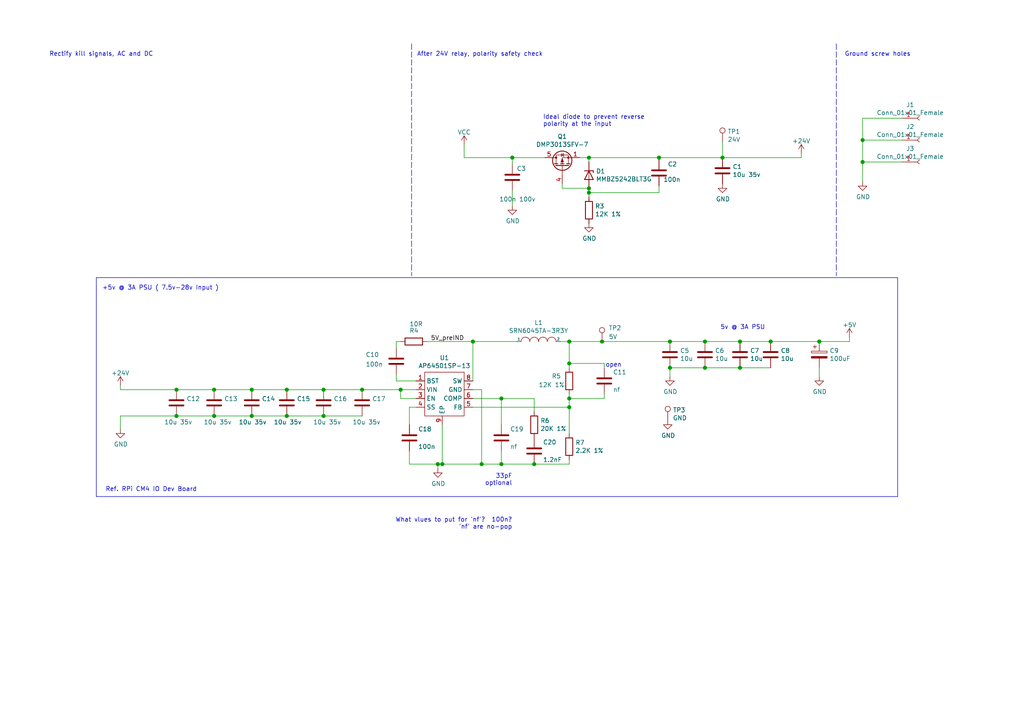
<source format=kicad_sch>
(kicad_sch (version 20210126) (generator eeschema)
  (paper "A4")
  (title_block (title "Voice CCA") (date "2021-05-01") (rev "v1r0") (company "MWS Fabrication"))
  (lib_symbols
    (symbol "CM4IO:AP64351"
      (property "Reference" "U" (at 0 8.89 0))
      (property "Value" "AP64351" (at 1.27 6.35 0))
      (symbol "AP64351_0_1"
        (rectangle (start -5.08 5.08) (end 6.35 -7.62))
      )
      (symbol "AP64351_1_1"
        (pin passive line (at -7.62 2.54 0) (length 2.54) (name "BST") (number "1"))
        (pin power_in line (at -7.62 0 0) (length 2.54) (name "VIN") (number "2"))
        (pin input line (at -7.62 -2.54 0) (length 2.54) (name "EN") (number "3"))
        (pin input line (at -7.62 -5.08 0) (length 2.54) (name "SS") (number "4"))
        (pin input line (at 8.89 -5.08 180) (length 2.54) (name "FB") (number "5"))
        (pin input line (at 8.89 -2.54 180) (length 2.54) (name "COMP") (number "6"))
        (pin power_in line (at 8.89 0 180) (length 2.54) (name "GND") (number "7"))
        (pin output line (at 8.89 2.54 180) (length 2.54) (name "SW") (number "8"))
        (pin passive line (at 0 -10.16 90) (length 2.54) (name "EP") (number "9"))
      )
    )
    (symbol "Connector:Conn_01x01_Female" (pin_names (offset 1.016) hide)
      (property "Reference" "J" (at 0 2.54 0))
      (property "Value" "Conn_01x01_Female" (at 0 -2.54 0))
      (symbol "Conn_01x01_Female_1_1"
        (arc (start 0 0.508) (end 0 -0.508) (radius (at 0 0) (length 0.508) (angles 90.1 -90.1)) (stroke (width 0.1524)))
        (polyline (pts (xy -1.27 0) (xy -0.508 0)) (stroke (width 0.1524)))
        (pin passive line (at -5.08 0 0) (length 3.81) (name "Pin_1") (number "1"))
      )
    )
    (symbol "Connector:TestPoint" (pin_numbers hide) (pin_names (offset 0.762) hide)
      (property "Reference" "TP" (at 0 6.858 0))
      (property "Value" "TestPoint" (at 0 5.08 0))
      (symbol "TestPoint_0_1"
        (circle (center 0 3.302) (radius 0.762))
      )
      (symbol "TestPoint_1_1"
        (pin passive line (at 0 0 90) (length 2.54) (name "1") (number "1"))
      )
    )
    (symbol "Device:C" (pin_numbers hide) (pin_names (offset 0.254))
      (property "Reference" "C" (at 0.635 2.54 0))
      (property "Value" "C" (at 0.635 -2.54 0))
      (symbol "C_0_1"
        (polyline (pts (xy -2.032 -0.762) (xy 2.032 -0.762)) (stroke (width 0.508)))
        (polyline (pts (xy -2.032 0.762) (xy 2.032 0.762)) (stroke (width 0.508)))
      )
      (symbol "C_1_1"
        (pin passive line (at 0 3.81 270) (length 2.794) (name "~") (number "1"))
        (pin passive line (at 0 -3.81 90) (length 2.794) (name "~") (number "2"))
      )
    )
    (symbol "Device:CP" (pin_numbers hide) (pin_names (offset 0.254))
      (property "Reference" "C" (at 0.635 2.54 0))
      (property "Value" "CP" (at 0.635 -2.54 0))
      (symbol "CP_0_1"
        (rectangle (start -2.286 0.508) (end 2.286 1.016))
        (rectangle (start 2.286 -0.508) (end -2.286 -1.016) (fill (type outline)))
        (polyline (pts (xy -1.778 2.286) (xy -0.762 2.286)))
        (polyline (pts (xy -1.27 2.794) (xy -1.27 1.778)))
      )
      (symbol "CP_1_1"
        (pin passive line (at 0 3.81 270) (length 2.794) (name "~") (number "1"))
        (pin passive line (at 0 -3.81 90) (length 2.794) (name "~") (number "2"))
      )
    )
    (symbol "Device:R" (pin_numbers hide) (pin_names (offset 0))
      (property "Reference" "R" (at 2.032 0 90))
      (property "Value" "R" (at 0 0 90))
      (symbol "R_0_1"
        (rectangle (start -1.016 -2.54) (end 1.016 2.54) (stroke (width 0.254)))
      )
      (symbol "R_1_1"
        (pin passive line (at 0 3.81 270) (length 1.27) (name "~") (number "1"))
        (pin passive line (at 0 -3.81 90) (length 1.27) (name "~") (number "2"))
      )
    )
    (symbol "Diode:BZX84Cxx" (pin_numbers hide) (pin_names hide)
      (property "Reference" "D" (at 0 2.54 0))
      (property "Value" "BZX84Cxx" (at 0 -2.54 0))
      (symbol "BZX84Cxx_0_1"
        (polyline (pts (xy 1.27 0) (xy -1.27 0)))
        (polyline (pts (xy -1.27 -1.27) (xy -1.27 1.27) (xy -0.762 1.27)) (stroke (width 0.254)))
        (polyline (pts (xy 1.27 -1.27) (xy 1.27 1.27) (xy -1.27 0) (xy 1.27 -1.27)) (stroke (width 0.254)))
      )
      (symbol "BZX84Cxx_1_1"
        (pin passive line (at -3.81 0 0) (length 2.54) (name "K") (number "1"))
        (pin passive line (at 3.81 0 180) (length 2.54) (name "A") (number "2"))
      )
    )
    (symbol "Transistor_FET:DMP3013SFV" (pin_names hide)
      (property "Reference" "Q" (at 5.08 1.905 0))
      (property "Value" "DMP3013SFV" (at 5.08 0 0))
      (symbol "DMP3013SFV_0_1"
        (circle (center 1.651 0) (radius 2.794) (stroke (width 0.254)))
        (circle (center 2.54 -1.778) (radius 0.254) (fill (type outline)))
        (circle (center 2.54 1.778) (radius 0.254) (fill (type outline)))
        (polyline (pts (xy 0.254 0) (xy -2.54 0)))
        (polyline (pts (xy 0.254 1.905) (xy 0.254 -1.905)) (stroke (width 0.254)))
        (polyline (pts (xy 0.762 -1.27) (xy 0.762 -2.286)) (stroke (width 0.254)))
        (polyline (pts (xy 0.762 0.508) (xy 0.762 -0.508)) (stroke (width 0.254)))
        (polyline (pts (xy 0.762 2.286) (xy 0.762 1.27)) (stroke (width 0.254)))
        (polyline (pts (xy 2.54 2.54) (xy 2.54 1.778)))
        (polyline (pts (xy 2.54 -2.54) (xy 2.54 0) (xy 0.762 0)))
        (polyline (pts (xy 0.762 1.778) (xy 3.302 1.778) (xy 3.302 -1.778) (xy 0.762 -1.778)))
        (polyline (pts (xy 2.794 -0.508) (xy 2.921 -0.381) (xy 3.683 -0.381) (xy 3.81 -0.254)))
        (polyline (pts (xy 3.302 -0.381) (xy 2.921 0.254) (xy 3.683 0.254) (xy 3.302 -0.381)))
        (polyline (pts (xy 2.286 0) (xy 1.27 0.381) (xy 1.27 -0.381) (xy 2.286 0)) (fill (type outline)))
      )
      (symbol "DMP3013SFV_1_1"
        (pin passive line (at 2.54 -5.08 90) (length 2.54) (name "S") (number "1"))
        (pin passive line (at 2.54 -5.08 90) (length 2.54) hide (name "S") (number "2"))
        (pin passive line (at 2.54 -5.08 90) (length 2.54) hide (name "S") (number "3"))
        (pin passive line (at -5.08 0 0) (length 2.54) (name "G") (number "4"))
        (pin passive line (at 2.54 5.08 270) (length 2.54) (name "D") (number "5"))
      )
    )
    (symbol "power:+24V" (power) (pin_names (offset 0))
      (property "Value" "+24V" (at 0 3.556 0))
      (symbol "+24V_0_1"
        (polyline (pts (xy -0.762 1.27) (xy 0 2.54)))
        (polyline (pts (xy 0 0) (xy 0 2.54)))
        (polyline (pts (xy 0 2.54) (xy 0.762 1.27)))
      )
      (symbol "+24V_1_1"
        (pin power_in line (at 0 0 90) (length 0) hide (name "+24V") (number "1"))
      )
    )
    (symbol "power:+5V" (power) (pin_names (offset 0))
      (property "Value" "+5V" (at 0 3.556 0))
      (symbol "+5V_0_1"
        (polyline (pts (xy -0.762 1.27) (xy 0 2.54)))
        (polyline (pts (xy 0 0) (xy 0 2.54)))
        (polyline (pts (xy 0 2.54) (xy 0.762 1.27)))
      )
      (symbol "+5V_1_1"
        (pin power_in line (at 0 0 90) (length 0) hide (name "+5V") (number "1"))
      )
    )
    (symbol "power:GND" (power) (pin_names (offset 0))
      (property "Value" "GND" (at 0 -3.81 0))
      (symbol "GND_0_1"
        (polyline (pts (xy 0 0) (xy 0 -1.27) (xy 1.27 -1.27) (xy 0 -2.54) (xy -1.27 -1.27) (xy 0 -1.27)))
      )
      (symbol "GND_1_1"
        (pin power_in line (at 0 0 270) (length 0) hide (name "GND") (number "1"))
      )
    )
    (symbol "power:VCC" (power) (pin_names (offset 0))
      (property "Value" "VCC" (at 0 3.81 0))
      (symbol "VCC_0_1"
        (polyline (pts (xy -0.762 1.27) (xy 0 2.54)))
        (polyline (pts (xy 0 0) (xy 0 2.54)))
        (polyline (pts (xy 0 2.54) (xy 0.762 1.27)))
      )
      (symbol "VCC_1_1"
        (pin power_in line (at 0 0 90) (length 0) hide (name "VCC") (number "1"))
      )
    )
    (symbol "pspice:INDUCTOR" (pin_numbers hide) (pin_names (offset 0))
      (property "Reference" "L" (at 0 2.54 0))
      (property "Value" "INDUCTOR" (at 0 -1.27 0))
      (symbol "INDUCTOR_0_1"
        (arc (start -2.54 0) (end -5.08 0) (radius (at -3.81 0) (length 1.27) (angles 0.1 179.9)))
        (arc (start 0 0) (end -2.54 0) (radius (at -1.27 0) (length 1.27) (angles 0.1 179.9)))
        (arc (start 2.54 0) (end 0 0) (radius (at 1.27 0) (length 1.27) (angles 0.1 179.9)))
        (arc (start 5.08 0) (end 2.54 0) (radius (at 3.81 0) (length 1.27) (angles 0.1 179.9)))
      )
      (symbol "INDUCTOR_1_1"
        (pin input line (at -6.35 0 0) (length 1.27) (name "1") (number "1"))
        (pin input line (at 6.35 0 180) (length 1.27) (name "2") (number "2"))
      )
    )
  )
  (junction (at 51.181 113.03) (diameter 1.016))
  (junction (at 51.181 120.65) (diameter 1.016))
  (junction (at 62.103 113.03) (diameter 1.016))
  (junction (at 62.103 120.65) (diameter 1.016))
  (junction (at 73.025 113.03) (diameter 1.016))
  (junction (at 73.025 120.65) (diameter 1.016))
  (junction (at 83.185 113.03) (diameter 1.016))
  (junction (at 83.185 120.65) (diameter 1.016))
  (junction (at 93.853 113.03) (diameter 1.016))
  (junction (at 93.853 120.65) (diameter 1.016))
  (junction (at 105.029 113.03) (diameter 1.016))
  (junction (at 116.205 113.03) (diameter 1.016))
  (junction (at 127 134.62) (diameter 1.016))
  (junction (at 128.27 134.62) (diameter 1.016))
  (junction (at 137.16 99.06) (diameter 1.016))
  (junction (at 139.7 134.62) (diameter 1.016))
  (junction (at 145.415 115.57) (diameter 1.016))
  (junction (at 145.415 134.62) (diameter 1.016))
  (junction (at 148.59 45.72) (diameter 1.016))
  (junction (at 154.94 134.62) (diameter 1.016))
  (junction (at 165.1 99.06) (diameter 1.016))
  (junction (at 165.1 105.41) (diameter 1.016))
  (junction (at 165.1 115.57) (diameter 1.016))
  (junction (at 165.1 118.11) (diameter 1.016))
  (junction (at 170.815 45.72) (diameter 1.016))
  (junction (at 170.815 54.61) (diameter 1.016))
  (junction (at 170.815 55.88) (diameter 1.016))
  (junction (at 174.625 99.06) (diameter 1.016))
  (junction (at 191.135 45.72) (diameter 1.016))
  (junction (at 194.31 99.06) (diameter 1.016))
  (junction (at 194.31 106.68) (diameter 1.016))
  (junction (at 204.47 99.06) (diameter 1.016))
  (junction (at 204.47 106.68) (diameter 1.016))
  (junction (at 209.55 45.72) (diameter 1.016))
  (junction (at 214.63 99.06) (diameter 1.016))
  (junction (at 214.63 106.68) (diameter 1.016))
  (junction (at 223.52 99.06) (diameter 1.016))
  (junction (at 237.617 99.06) (diameter 1.016))
  (junction (at 250.19 40.64) (diameter 1.016))
  (junction (at 250.19 46.99) (diameter 1.016))
  (wire (pts (xy 34.925 113.03) (xy 34.925 111.76)))
  (wire (pts (xy 34.925 113.03) (xy 51.181 113.03)))
  (wire (pts (xy 34.925 120.65) (xy 34.925 124.46)))
  (wire (pts (xy 34.925 120.65) (xy 51.181 120.65)))
  (wire (pts (xy 51.181 113.03) (xy 62.103 113.03)))
  (wire (pts (xy 51.181 120.65) (xy 62.103 120.65)))
  (wire (pts (xy 62.103 113.03) (xy 73.025 113.03)))
  (wire (pts (xy 62.103 120.65) (xy 73.025 120.65)))
  (wire (pts (xy 73.025 113.03) (xy 83.185 113.03)))
  (wire (pts (xy 73.025 120.65) (xy 83.185 120.65)))
  (wire (pts (xy 83.185 113.03) (xy 93.853 113.03)))
  (wire (pts (xy 83.185 120.65) (xy 93.853 120.65)))
  (wire (pts (xy 93.853 113.03) (xy 105.029 113.03)))
  (wire (pts (xy 93.853 120.65) (xy 105.029 120.65)))
  (wire (pts (xy 105.029 113.03) (xy 116.205 113.03)))
  (wire (pts (xy 114.935 99.06) (xy 116.205 99.06)))
  (wire (pts (xy 114.935 100.965) (xy 114.935 99.06)))
  (wire (pts (xy 114.935 108.585) (xy 114.935 110.49)))
  (wire (pts (xy 114.935 110.49) (xy 120.65 110.49)))
  (wire (pts (xy 116.205 113.03) (xy 116.205 115.57)))
  (wire (pts (xy 116.205 113.03) (xy 120.65 113.03)))
  (wire (pts (xy 116.205 115.57) (xy 120.65 115.57)))
  (wire (pts (xy 118.745 118.11) (xy 118.745 123.19)))
  (wire (pts (xy 118.745 130.81) (xy 118.745 134.62)))
  (wire (pts (xy 118.745 134.62) (xy 127 134.62)))
  (wire (pts (xy 120.65 118.11) (xy 118.745 118.11)))
  (wire (pts (xy 123.825 99.06) (xy 137.16 99.06)))
  (wire (pts (xy 127 134.62) (xy 128.27 134.62)))
  (wire (pts (xy 127 135.89) (xy 127 134.62)))
  (wire (pts (xy 128.27 123.19) (xy 128.27 134.62)))
  (wire (pts (xy 128.27 134.62) (xy 139.7 134.62)))
  (wire (pts (xy 134.62 45.72) (xy 134.62 41.91)))
  (wire (pts (xy 134.62 45.72) (xy 148.59 45.72)))
  (wire (pts (xy 137.16 99.06) (xy 137.16 110.49)))
  (wire (pts (xy 137.16 99.06) (xy 149.86 99.06)))
  (wire (pts (xy 137.16 113.03) (xy 139.7 113.03)))
  (wire (pts (xy 137.16 115.57) (xy 145.415 115.57)))
  (wire (pts (xy 137.16 118.11) (xy 165.1 118.11)))
  (wire (pts (xy 139.7 113.03) (xy 139.7 134.62)))
  (wire (pts (xy 139.7 134.62) (xy 145.415 134.62)))
  (wire (pts (xy 145.415 115.57) (xy 145.415 123.19)))
  (wire (pts (xy 145.415 115.57) (xy 154.94 115.57)))
  (wire (pts (xy 145.415 130.81) (xy 145.415 134.62)))
  (wire (pts (xy 145.415 134.62) (xy 154.94 134.62)))
  (wire (pts (xy 148.59 45.72) (xy 148.59 47.625)))
  (wire (pts (xy 148.59 45.72) (xy 157.988 45.72)))
  (wire (pts (xy 148.59 55.245) (xy 148.59 59.69)))
  (wire (pts (xy 154.94 119.38) (xy 154.94 115.57)))
  (wire (pts (xy 154.94 134.62) (xy 165.1 134.62)))
  (wire (pts (xy 162.56 99.06) (xy 165.1 99.06)))
  (wire (pts (xy 163.068 53.34) (xy 163.068 54.61)))
  (wire (pts (xy 163.068 54.61) (xy 170.815 54.61)))
  (wire (pts (xy 165.1 99.06) (xy 165.1 105.41)))
  (wire (pts (xy 165.1 99.06) (xy 174.625 99.06)))
  (wire (pts (xy 165.1 105.41) (xy 165.1 106.68)))
  (wire (pts (xy 165.1 105.41) (xy 175.26 105.41)))
  (wire (pts (xy 165.1 114.3) (xy 165.1 115.57)))
  (wire (pts (xy 165.1 115.57) (xy 165.1 118.11)))
  (wire (pts (xy 165.1 115.57) (xy 175.26 115.57)))
  (wire (pts (xy 165.1 118.11) (xy 165.1 125.73)))
  (wire (pts (xy 165.1 134.62) (xy 165.1 133.35)))
  (wire (pts (xy 168.148 45.72) (xy 170.815 45.72)))
  (wire (pts (xy 170.815 45.72) (xy 170.815 46.99)))
  (wire (pts (xy 170.815 45.72) (xy 191.135 45.72)))
  (wire (pts (xy 170.815 54.61) (xy 170.815 55.88)))
  (wire (pts (xy 170.815 55.88) (xy 170.815 57.15)))
  (wire (pts (xy 170.815 55.88) (xy 191.135 55.88)))
  (wire (pts (xy 174.625 99.06) (xy 194.31 99.06)))
  (wire (pts (xy 175.26 105.41) (xy 175.26 106.68)))
  (wire (pts (xy 175.26 115.57) (xy 175.26 114.3)))
  (wire (pts (xy 191.135 45.72) (xy 191.135 46.355)))
  (wire (pts (xy 191.135 45.72) (xy 209.55 45.72)))
  (wire (pts (xy 191.135 55.88) (xy 191.135 53.975)))
  (wire (pts (xy 194.31 99.06) (xy 204.47 99.06)))
  (wire (pts (xy 194.31 106.68) (xy 194.31 109.22)))
  (wire (pts (xy 204.47 99.06) (xy 214.63 99.06)))
  (wire (pts (xy 204.47 106.68) (xy 194.31 106.68)))
  (wire (pts (xy 209.55 41.148) (xy 209.55 45.72)))
  (wire (pts (xy 209.55 45.72) (xy 232.41 45.72)))
  (wire (pts (xy 214.63 99.06) (xy 223.52 99.06)))
  (wire (pts (xy 214.63 106.68) (xy 204.47 106.68)))
  (wire (pts (xy 223.52 99.06) (xy 237.617 99.06)))
  (wire (pts (xy 223.52 106.68) (xy 214.63 106.68)))
  (wire (pts (xy 232.41 44.45) (xy 232.41 45.72)))
  (wire (pts (xy 237.617 99.06) (xy 246.38 99.06)))
  (wire (pts (xy 237.617 106.68) (xy 237.617 109.22)))
  (wire (pts (xy 246.38 97.79) (xy 246.38 99.06)))
  (wire (pts (xy 250.19 34.29) (xy 250.19 40.64)))
  (wire (pts (xy 250.19 40.64) (xy 250.19 46.99)))
  (wire (pts (xy 250.19 40.64) (xy 261.62 40.64)))
  (wire (pts (xy 250.19 46.99) (xy 250.19 52.705)))
  (wire (pts (xy 261.62 34.29) (xy 250.19 34.29)))
  (wire (pts (xy 261.62 46.99) (xy 250.19 46.99)))
  (polyline (pts (xy 27.94 80.518) (xy 27.94 144.018)) (stroke (width 0) (type solid)))
  (polyline (pts (xy 27.94 80.518) (xy 260.35 80.518)) (stroke (width 0) (type solid)))
  (polyline (pts (xy 119.38 12.7) (xy 119.38 80.01)) (stroke (width 0) (type dash)))
  (polyline (pts (xy 242.57 12.7) (xy 242.57 80.01)) (stroke (width 0) (type dash)))
  (polyline (pts (xy 260.35 80.518) (xy 260.35 144.018)) (stroke (width 0) (type solid)))
  (polyline (pts (xy 260.35 144.018) (xy 27.94 144.018)) (stroke (width 0) (type solid)))
  (text "Rectify kill signals, AC and DC" (at 44.45 16.51 180) (effects (font (size 1.27 1.27)) (justify right bottom)))
  (text "Ref. RPi CM4 IO Dev Board" (at 57.15 142.748 180) (effects (font (size 1.27 1.27)) (justify right bottom)))
  (text "+5v @ 3A PSU ( 7.5v-28v Input )" (at 63.5 84.328 180) (effects (font (size 1.27 1.27)) (justify right bottom)))
  (text "33pF\noptional" (at 148.59 140.97 180) (effects (font (size 1.27 1.27)) (justify right bottom)))
  (text "What vlues to put for 'nf'?  100n?\n'nf' are no-pop" (at 148.59 153.67 0) (effects (font (size 1.27 1.27)) (justify right bottom)))
  (text "After 24V relay, polarity safety check" (at 157.48 16.51 180) (effects (font (size 1.27 1.27)) (justify right bottom)))
  (text "Ideal diode to prevent reverse\npolarity at the input" (at 157.48 36.83 0) (effects (font (size 1.27 1.27)) (justify left bottom)))
  (text "open" (at 180.34 106.68 180) (effects (font (size 1.27 1.27)) (justify right bottom)))
  (text "5v @ 3A PSU\n" (at 208.915 95.758 0) (effects (font (size 1.27 1.27)) (justify left bottom)))
  (text "Ground screw holes" (at 264.16 16.51 180) (effects (font (size 1.27 1.27)) (justify right bottom)))
  (label "5V_preIND" (at 134.62 99.06 180))
  (symbol (lib_id "power:+24V") (at 34.925 111.76 0) (unit 1)
    (property "Reference" "#PWR09" (effects hide))
    (property "Value" "+24V" (at 34.925 108.2126 0))
  )
  (symbol (lib_id "power:VCC") (at 134.62 41.91 0) (unit 1)
    (property "Reference" "#PWR01" (effects hide))
    (property "Value" "VCC" (at 134.62 38.3626 0))
  )
  (symbol (lib_id "power:+24V") (at 232.41 44.45 0) (unit 1)
    (property "Reference" "#PWR02" (effects hide))
    (property "Value" "+24V" (at 232.41 40.9026 0))
  )
  (symbol (lib_id "power:+5V") (at 246.38 97.79 0) (unit 1)
    (property "Reference" "#PWR06" (effects hide))
    (property "Value" "+5V" (at 246.38 94.2426 0))
  )
  (symbol (lib_id "Connector:Conn_01x01_Female") (at 266.7 34.29 0) (unit 1)
    (property "Reference" "J1" (at 264.0076 30.3996 0))
    (property "Value" "Conn_01x01_Female" (at 264.0076 32.6983 0))
    (property "Footprint" "corner_hole:corner_hole" (effects hide))
  )
  (symbol (lib_id "Connector:Conn_01x01_Female") (at 266.7 40.64 0) (unit 1)
    (property "Reference" "J2" (at 264.0076 36.7496 0))
    (property "Value" "Conn_01x01_Female" (at 264.0076 39.0483 0))
    (property "Footprint" "corner_hole:corner_hole" (effects hide))
  )
  (symbol (lib_id "Connector:Conn_01x01_Female") (at 266.7 46.99 0) (unit 1)
    (property "Reference" "J3" (at 264.0076 43.0996 0))
    (property "Value" "Conn_01x01_Female" (at 264.0076 45.3983 0))
    (property "Footprint" "corner_hole:corner_hole" (effects hide))
  )
  (symbol (lib_id "Connector:TestPoint") (at 174.625 99.06 0) (unit 1)
    (property "Reference" "TP2" (at 176.53 95.123 0) (effects (justify left)))
    (property "Value" "5V" (at 176.53 97.663 0) (effects (justify left)))
    (property "Footprint" "TestPoint:TestPoint_Pad_2.0x2.0mm" (effects hide))
    (property "Field4" "nf" (effects hide))
    (property "Field5" "nf" (effects hide))
    (property "Field6" "nf" (effects hide))
    (property "Field7" "nf" (effects hide))
  )
  (symbol (lib_id "Connector:TestPoint") (at 193.675 121.92 0) (unit 1)
    (property "Reference" "TP3" (at 195.1482 118.9228 0) (effects (justify left)))
    (property "Value" "GND" (at 195.1482 121.2342 0) (effects (justify left)))
    (property "Footprint" "TestPoint:TestPoint_Pad_2.0x2.0mm" (effects hide))
    (property "Field4" "nf" (effects hide))
    (property "Field5" "nf" (effects hide))
    (property "Field6" "nf" (effects hide))
    (property "Field7" "nf" (effects hide))
  )
  (symbol (lib_id "Connector:TestPoint") (at 209.55 41.148 0) (unit 1)
    (property "Reference" "TP1" (at 211.0232 38.1508 0) (effects (justify left)))
    (property "Value" "24V" (at 211.0232 40.4622 0) (effects (justify left)))
    (property "Footprint" "TestPoint:TestPoint_Pad_2.0x2.0mm" (effects hide))
    (property "Field4" "nf" (effects hide))
    (property "Field5" "nf" (effects hide))
    (property "Field6" "nf" (effects hide))
    (property "Field7" "nf" (effects hide))
  )
  (symbol (lib_id "power:GND") (at 34.925 124.46 0) (unit 1)
    (property "Reference" "#PWR011" (effects hide))
    (property "Value" "GND" (at 35.052 128.8542 0))
  )
  (symbol (lib_id "power:GND") (at 127 135.89 0) (unit 1)
    (property "Reference" "#PWR012" (effects hide))
    (property "Value" "GND" (at 127.127 140.2842 0))
  )
  (symbol (lib_id "power:GND") (at 148.59 59.69 0) (unit 1)
    (property "Reference" "#PWR04" (effects hide))
    (property "Value" "GND" (at 148.717 64.0842 0))
  )
  (symbol (lib_id "power:GND") (at 170.815 64.77 0) (unit 1)
    (property "Reference" "#PWR05" (effects hide))
    (property "Value" "GND" (at 170.942 69.1642 0))
  )
  (symbol (lib_id "power:GND") (at 193.675 121.92 0) (unit 1)
    (property "Reference" "#PWR010" (effects hide))
    (property "Value" "GND" (at 193.802 126.3142 0))
  )
  (symbol (lib_id "power:GND") (at 194.31 109.22 0) (unit 1)
    (property "Reference" "#PWR07" (effects hide))
    (property "Value" "GND" (at 194.437 113.6142 0))
  )
  (symbol (lib_id "power:GND") (at 209.55 53.34 0) (unit 1)
    (property "Reference" "#PWR03" (effects hide))
    (property "Value" "GND" (at 209.677 57.7342 0))
  )
  (symbol (lib_id "power:GND") (at 237.617 109.22 0) (unit 1)
    (property "Reference" "#PWR08" (effects hide))
    (property "Value" "GND" (at 237.744 113.6142 0))
  )
  (symbol (lib_id "power:GND") (at 250.19 52.705 0) (unit 1)
    (property "Reference" "#PWR0132" (effects hide))
    (property "Value" "GND" (at 250.317 57.0992 0))
  )
  (symbol (lib_id "Device:R") (at 120.015 99.06 270) (unit 1)
    (property "Reference" "R4" (at 118.745 95.885 90) (effects (justify left)))
    (property "Value" "10R" (at 118.745 93.98 90) (effects (justify left)))
    (property "Footprint" "Resistor_SMD:R_0805_2012Metric" (effects hide))
    (property "Datasheet" "https://fscdn.rohm.com/en/products/databook/datasheet/passive/resistor/chip_resistor/mcr-e.pdf" (effects hide))
    (property "Field4" "Farnell" (effects hide))
    (property "Field5" "9238999" (effects hide))
    (property "Field7" "Yageo" (effects hide))
    (property "Field6" "RC0402FR-0710RL" (effects hide))
    (property "Field8" "URES00256" (effects hide))
    (property "Part Description" "Resistor 10R M1005 1% 63mW" (effects hide))
  )
  (symbol (lib_id "Device:R") (at 154.94 123.19 0) (unit 1)
    (property "Reference" "R6" (at 156.718 122.0216 0) (effects (justify left)))
    (property "Value" "20K 1%" (at 156.718 124.333 0) (effects (justify left)))
    (property "Footprint" "Resistor_SMD:R_0805_2012Metric" (effects hide))
    (property "Datasheet" "https://fscdn.rohm.com/en/products/databook/datasheet/passive/resistor/chip_resistor/mcr-e.pdf" (effects hide))
    (property "Field4" "Farnell" (effects hide))
    (property "Field5" "2331485" (effects hide))
    (property "Field7" "KOA EUROPE GMBH" (effects hide))
    (property "Field6" "RK73H1ETTP2002F" (effects hide))
    (property "Part Description" "Resistor 20K M1005 1% 63mW" (effects hide))
  )
  (symbol (lib_id "Device:R") (at 165.1 110.49 0) (unit 1)
    (property "Reference" "R5" (at 160.02 109.093 0) (effects (justify left)))
    (property "Value" "12K 1%" (at 156.21 111.633 0) (effects (justify left)))
    (property "Footprint" "Resistor_SMD:R_0805_2012Metric" (effects hide))
    (property "Datasheet" "https://fscdn.rohm.com/en/products/databook/datasheet/passive/resistor/chip_resistor/mcr-e.pdf" (effects hide))
    (property "Field4" "Farnell" (effects hide))
    (property "Field5" "9239367" (effects hide))
    (property "Field7" "Rohm" (effects hide))
    (property "Field6" "MCR01MZPF1202" (effects hide))
    (property "Part Description" "Resistor 12K M1005 1% 63mW" (effects hide))
  )
  (symbol (lib_id "Device:R") (at 165.1 129.54 0) (unit 1)
    (property "Reference" "R7" (at 166.878 128.3716 0) (effects (justify left)))
    (property "Value" "2.2K 1%" (at 166.878 130.683 0) (effects (justify left)))
    (property "Footprint" "Resistor_SMD:R_0805_2012Metric" (effects hide))
    (property "Datasheet" "https://fscdn.rohm.com/en/products/databook/datasheet/passive/resistor/chip_resistor/mcr-e.pdf" (effects hide))
    (property "Field4" "Farnell" (effects hide))
    (property "Field5" "9239278" (effects hide))
    (property "Field6" "RK73G1ETQTP2201D         " (effects hide))
    (property "Field7" "KOA EUROPE GMBH" (effects hide))
    (property "Part Description" "Resistor 2.2K M1005 1% 63mW" (effects hide))
    (property "Field8" "120889581" (effects hide))
  )
  (symbol (lib_id "Device:R") (at 170.815 60.96 0) (unit 1)
    (property "Reference" "R3" (at 172.593 59.7916 0) (effects (justify left)))
    (property "Value" "12K 1%" (at 172.593 62.103 0) (effects (justify left)))
    (property "Footprint" "Resistor_SMD:R_0805_2012Metric" (effects hide))
    (property "Datasheet" "https://fscdn.rohm.com/en/products/databook/datasheet/passive/resistor/chip_resistor/mcr-e.pdf" (effects hide))
    (property "Field4" "Farnell" (effects hide))
    (property "Field5" "9239367" (effects hide))
    (property "Field7" "Rohm" (effects hide))
    (property "Field6" "MCR01MZPF1202" (effects hide))
    (property "Part Description" "Resistor 12K M1005 1% 63mW" (effects hide))
  )
  (symbol (lib_id "pspice:INDUCTOR") (at 156.21 99.06 0) (unit 1)
    (property "Reference" "L1" (at 156.21 93.599 0))
    (property "Value" "SRN6045TA-3R3Y" (at 156.21 95.9104 0))
    (property "Footprint" "Inductor_SMD:L_Bourns_SRN6045TA" (effects hide))
    (property "Datasheet" "https://www.bourns.com/docs/Product-Datasheets/SRN6045TA.pdf" (effects hide))
    (property "Field4" "Farnell" (effects hide))
    (property "Field5" "2616889" (effects hide))
    (property "Field6" "SRN6045TA-3R3Y" (effects hide))
    (property "Field7" "Bourns" (effects hide))
    (property "Part Description" "3.3µH Semi-Shielded Wirewound Inductor 7.8A 21mOhm Nonstandard" (effects hide))
  )
  (symbol (lib_id "Diode:BZX84Cxx") (at 170.815 50.8 270) (unit 1)
    (property "Reference" "D1" (at 172.847 49.657 90) (effects (justify left)))
    (property "Value" "MMBZ5242BLT3G" (at 172.847 51.943 90) (effects (justify left)))
    (property "Footprint" "Diode_SMD:D_SOT-23_ANK" (effects hide))
    (property "Datasheet" "https://diotec.com/tl_files/diotec/files/pdf/datasheets/bzx84c2v4.pdf" (effects hide))
    (property "Field4" "Digikey" (effects hide))
    (property "Field5" "	MMBZ5242BLT3GOSCT-ND" (effects hide))
    (property "Field6" "MMBZ5242BLT3G" (effects hide))
    (property "Field7" "Onsemi" (effects hide))
    (property "Part Description" "	Zener Diode 12V 225mW 5% Surface Mount SOT-23-3 (TO-236)" (effects hide))
  )
  (symbol (lib_id "Device:C") (at 51.181 116.84 0) (unit 1)
    (property "Reference" "C12" (at 54.102 115.6716 0) (effects (justify left)))
    (property "Value" "10u 35v" (at 47.625 122.428 0) (effects (justify left)))
    (property "Footprint" "Capacitor_SMD:C_0805_2012Metric" (effects hide))
    (property "Datasheet" "https://www.murata.com/en-global/products/productdetail.aspx?partno=GRM21BC8YA106ME11%23" (effects hide))
    (property "Field5" "490-10505-1-ND" (effects hide))
    (property "Field4" "Digikey" (effects hide))
    (property "Field6" "GRM21BC8YA106KE11L " (effects hide))
    (property "Field7" "Murata" (effects hide))
    (property "Part Description" "	10uF 10% or 20% 35V Ceramic Capacitor X6S 0805 (2012 Metric)" (effects hide))
  )
  (symbol (lib_id "Device:C") (at 62.103 116.84 0) (unit 1)
    (property "Reference" "C13" (at 65.024 115.6716 0) (effects (justify left)))
    (property "Value" "10u 35v" (at 59.055 122.428 0) (effects (justify left)))
    (property "Footprint" "Capacitor_SMD:C_0805_2012Metric" (effects hide))
    (property "Datasheet" "https://www.murata.com/en-global/products/productdetail.aspx?partno=GRM21BC8YA106ME11%23" (effects hide))
    (property "Field5" "490-10505-1-ND" (effects hide))
    (property "Field4" "Digikey" (effects hide))
    (property "Field6" "GRM21BC8YA106KE11L " (effects hide))
    (property "Field7" "Murata" (effects hide))
    (property "Part Description" "	10uF 10% or 20% 35V Ceramic Capacitor X6S 0805 (2012 Metric)" (effects hide))
  )
  (symbol (lib_id "Device:C") (at 73.025 116.84 0) (unit 1)
    (property "Reference" "C14" (at 75.946 115.6716 0) (effects (justify left)))
    (property "Value" "10u 35v" (at 69.215 122.428 0) (effects (justify left)))
    (property "Footprint" "Capacitor_SMD:C_0805_2012Metric" (effects hide))
    (property "Datasheet" "https://www.murata.com/en-global/products/productdetail.aspx?partno=GRM21BC8YA106ME11%23" (effects hide))
    (property "Field5" "490-10505-1-ND" (effects hide))
    (property "Field4" "Digikey" (effects hide))
    (property "Field6" "GRM21BC8YA106KE11L " (effects hide))
    (property "Field7" "Murata" (effects hide))
    (property "Part Description" "	10uF 10% or 20% 35V Ceramic Capacitor X6S 0805 (2012 Metric)" (effects hide))
  )
  (symbol (lib_id "Device:C") (at 83.185 116.84 0) (unit 1)
    (property "Reference" "C15" (at 86.106 115.6716 0) (effects (justify left)))
    (property "Value" "10u 35v" (at 79.375 122.428 0) (effects (justify left)))
    (property "Footprint" "Capacitor_SMD:C_0805_2012Metric" (effects hide))
    (property "Datasheet" "https://www.murata.com/en-global/products/productdetail.aspx?partno=GRM21BC8YA106ME11%23" (effects hide))
    (property "Field5" "490-10505-1-ND" (effects hide))
    (property "Field4" "Digikey" (effects hide))
    (property "Field6" "GRM21BC8YA106KE11L " (effects hide))
    (property "Field7" "Murata" (effects hide))
    (property "Part Description" "	10uF 10% or 20% 35V Ceramic Capacitor X6S 0805 (2012 Metric)" (effects hide))
  )
  (symbol (lib_id "Device:C") (at 93.853 116.84 0) (unit 1)
    (property "Reference" "C16" (at 96.774 115.6716 0) (effects (justify left)))
    (property "Value" "10u 35v" (at 90.805 122.428 0) (effects (justify left)))
    (property "Footprint" "Capacitor_SMD:C_0805_2012Metric" (effects hide))
    (property "Datasheet" "https://www.murata.com/en-global/products/productdetail.aspx?partno=GRM21BC8YA106ME11%23" (effects hide))
    (property "Field5" "490-10505-1-ND" (effects hide))
    (property "Field4" "Digikey" (effects hide))
    (property "Field6" "GRM21BC8YA106KE11L " (effects hide))
    (property "Field7" "Murata" (effects hide))
    (property "Part Description" "	10uF 10% or 20% 35V Ceramic Capacitor X6S 0805 (2012 Metric)" (effects hide))
  )
  (symbol (lib_id "Device:C") (at 105.029 116.84 0) (unit 1)
    (property "Reference" "C17" (at 107.95 115.6716 0) (effects (justify left)))
    (property "Value" "10u 35v" (at 102.235 122.428 0) (effects (justify left)))
    (property "Footprint" "Capacitor_SMD:C_0805_2012Metric" (effects hide))
    (property "Datasheet" "https://www.murata.com/en-global/products/productdetail.aspx?partno=GRM21BC8YA106ME11%23" (effects hide))
    (property "Field5" "490-10505-1-ND" (effects hide))
    (property "Field4" "Digikey" (effects hide))
    (property "Field6" "GRM21BC8YA106KE11L " (effects hide))
    (property "Field7" "Murata" (effects hide))
    (property "Part Description" "	10uF 10% or 20% 35V Ceramic Capacitor X6S 0805 (2012 Metric)" (effects hide))
  )
  (symbol (lib_id "Device:C") (at 114.935 104.775 0) (unit 1)
    (property "Reference" "C10" (at 106.045 102.87 0) (effects (justify left)))
    (property "Value" "100n" (at 106.045 105.664 0) (effects (justify left)))
    (property "Footprint" "Capacitor_SMD:C_0805_2012Metric" (effects hide))
    (property "Datasheet" "https://search.murata.co.jp/Ceramy/image/img/A01X/G101/ENG/GRM155R71C104KA88-01.pdf" (effects hide))
    (property "Field4" "Farnell" (effects hide))
    (property "Field5" "2611911" (effects hide))
    (property "Field6" "RM EMK105 B7104KV-F" (effects hide))
    (property "Field7" "TAIYO YUDEN EUROPE GMBH" (effects hide))
    (property "Part Description" "	0.1uF 10% 16V Ceramic Capacitor X7R 0402 (1005 Metric)" (effects hide))
    (property "Field8" "110091611" (effects hide))
  )
  (symbol (lib_id "Device:C") (at 118.745 127 0) (unit 1)
    (property "Reference" "C18" (at 121.285 124.46 0) (effects (justify left)))
    (property "Value" "100n" (at 121.285 129.54 0) (effects (justify left)))
    (property "Footprint" "Capacitor_SMD:C_0805_2012Metric" (effects hide))
    (property "Datasheet" "https://search.murata.co.jp/Ceramy/image/img/A01X/G101/ENG/GRM155R71C104KA88-01.pdf" (effects hide))
    (property "Field4" "Farnell" (effects hide))
    (property "Field5" "2611911" (effects hide))
    (property "Field6" "RM EMK105 B7104KV-F" (effects hide))
    (property "Field7" "TAIYO YUDEN EUROPE GMBH" (effects hide))
    (property "Part Description" "	0.1uF 10% 16V Ceramic Capacitor X7R 0402 (1005 Metric)" (effects hide))
    (property "Field8" "110091611" (effects hide))
  )
  (symbol (lib_id "Device:C") (at 145.415 127 0) (unit 1)
    (property "Reference" "C19" (at 147.955 124.46 0) (effects (justify left)))
    (property "Value" "nf" (at 147.955 129.54 0) (effects (justify left)))
    (property "Footprint" "Capacitor_SMD:C_0805_2012Metric" (effects hide))
  )
  (symbol (lib_id "Device:C") (at 148.59 51.435 0) (unit 1)
    (property "Reference" "C3" (at 149.86 48.895 0) (effects (justify left)))
    (property "Value" "100n 100v" (at 144.78 57.785 0) (effects (justify left)))
    (property "Footprint" "Capacitor_SMD:C_0805_2012Metric" (effects hide))
    (property "Datasheet" "https://psearch.en.murata.com/capacitor/product/GRM155R62A104KE14%23.pdf" (effects hide))
    (property "Field4" "Farnell" (effects hide))
    (property "Field5" "2611907" (effects hide))
    (property "Field6" "GRM155R62A104KE14D" (effects hide))
    (property "Field7" "Murata" (effects hide))
    (property "Part Description" "	0.1uF 10% 100V Ceramic Capacitor X5R 0402 (1005 Metric)" (effects hide))
  )
  (symbol (lib_id "Device:C") (at 154.94 130.81 0) (unit 1)
    (property "Reference" "C20" (at 157.48 128.27 0) (effects (justify left)))
    (property "Value" "1.2nF" (at 157.48 133.35 0) (effects (justify left)))
    (property "Footprint" "Capacitor_SMD:C_0805_2012Metric" (effects hide))
    (property "Datasheet" "http://www.farnell.com/datasheets/2734135.pdf?_ga=2.259347658.1738794919.1588350964-1787849031.1568210898&_gac=1.15394434.1588350964.EAIaIQobChMIgrHHs4yT6QIVxevtCh39TA_nEAAYASAAEgK8PfD_BwE" (effects hide))
    (property "Field4" "Digikey" (effects hide))
    (property "Field5" "490-16429-1-ND" (effects hide))
    (property "Field6" "GCM155R71H122KA37D" (effects hide))
    (property "Field7" "Murata" (effects hide))
    (property "Part Description" "1200pF 10% 10V Ceramic Capacitor X5R 0402 (1005 Metric)" (effects hide))
  )
  (symbol (lib_id "Device:C") (at 175.26 110.49 0) (unit 1)
    (property "Reference" "C11" (at 177.8 107.95 0) (effects (justify left)))
    (property "Value" "nf" (at 177.8 113.03 0) (effects (justify left)))
    (property "Footprint" "Capacitor_SMD:C_0805_2012Metric" (effects hide))
    (property "Datasheet" "http://www.farnell.com/datasheets/2048267.pdf?_ga=2.222777691.1738794919.1588350964-1787849031.1568210898&_gac=1.250356018.1588350964.EAIaIQobChMIgrHHs4yT6QIVxevtCh39TA_nEAAYASAAEgK8PfD_BwE" (effects hide))
    (property "Field4" "Farnell" (effects hide))
    (property "Field5" "2666374" (effects hide))
    (property "Field6" "GRM1555C1H221JA01D" (effects hide))
    (property "Field7" "Murata" (effects hide))
    (property "Part Description" "220 pF, 50 V, 0402 [1005 Metric], ± 5%, C0G / NP0/CH, GCM Series" (effects hide))
  )
  (symbol (lib_id "Device:C") (at 191.135 50.165 0) (unit 1)
    (property "Reference" "C2" (at 193.675 47.625 0) (effects (justify left)))
    (property "Value" "100n" (at 192.405 52.07 0) (effects (justify left)))
    (property "Footprint" "Capacitor_SMD:C_0805_2012Metric" (effects hide))
    (property "Datasheet" "https://search.murata.co.jp/Ceramy/image/img/A01X/G101/ENG/GRM155R71C104KA88-01.pdf" (effects hide))
    (property "Field4" "Farnell" (effects hide))
    (property "Field5" "2611911" (effects hide))
    (property "Field6" "RM EMK105 B7104KV-F" (effects hide))
    (property "Field7" "TAIYO YUDEN EUROPE GMBH" (effects hide))
    (property "Part Description" "	0.1uF 10% 16V Ceramic Capacitor X7R 0402 (1005 Metric)" (effects hide))
    (property "Field8" "110091611" (effects hide))
  )
  (symbol (lib_id "Device:C") (at 194.31 102.87 0) (unit 1)
    (property "Reference" "C5" (at 197.231 101.7016 0) (effects (justify left)))
    (property "Value" "10u" (at 197.231 104.013 0) (effects (justify left)))
    (property "Footprint" "Capacitor_SMD:C_0805_2012Metric" (effects hide))
    (property "Datasheet" "https://search.murata.co.jp/Ceramy/image/img/A01X/G101/ENG/GRM21BR71A106KA73-01.pdf" (effects hide))
    (property "Field5" "490-14381-1-ND" (effects hide))
    (property "Field4" "Digikey" (effects hide))
    (property "Field6" "GRM21BR71A106KA73L" (effects hide))
    (property "Field7" "Murata" (effects hide))
    (property "Part Description" "	10uF 10% 10V Ceramic Capacitor X7R 0805 (2012 Metric)" (effects hide))
    (property "Field8" "111893011" (effects hide))
  )
  (symbol (lib_id "Device:C") (at 204.47 102.87 0) (unit 1)
    (property "Reference" "C6" (at 207.391 101.7016 0) (effects (justify left)))
    (property "Value" "10u" (at 207.391 104.013 0) (effects (justify left)))
    (property "Footprint" "Capacitor_SMD:C_0805_2012Metric" (effects hide))
    (property "Datasheet" "https://search.murata.co.jp/Ceramy/image/img/A01X/G101/ENG/GRM21BR71A106KA73-01.pdf" (effects hide))
    (property "Field5" "490-14381-1-ND" (effects hide))
    (property "Field4" "Digikey" (effects hide))
    (property "Field6" "GRM21BR71A106KA73L" (effects hide))
    (property "Field7" "Murata" (effects hide))
    (property "Part Description" "	10uF 10% 10V Ceramic Capacitor X7R 0805 (2012 Metric)" (effects hide))
    (property "Field8" "111893011" (effects hide))
  )
  (symbol (lib_id "Device:C") (at 209.55 49.53 0) (unit 1)
    (property "Reference" "C1" (at 212.471 48.3616 0) (effects (justify left)))
    (property "Value" "10u 35v" (at 212.471 50.673 0) (effects (justify left)))
    (property "Footprint" "Capacitor_SMD:C_0805_2012Metric" (effects hide))
    (property "Datasheet" "https://www.murata.com/en-global/products/productdetail.aspx?partno=GRM21BC8YA106ME11%23" (effects hide))
    (property "Field5" "490-10505-1-ND" (effects hide))
    (property "Field4" "Digikey" (effects hide))
    (property "Field6" "GRM21BC8YA106KE11L " (effects hide))
    (property "Field7" "Murata" (effects hide))
    (property "Part Description" "	10uF 10% or 20% 35V Ceramic Capacitor X6S 0805 (2012 Metric)" (effects hide))
  )
  (symbol (lib_id "Device:C") (at 214.63 102.87 0) (unit 1)
    (property "Reference" "C7" (at 217.551 101.7016 0) (effects (justify left)))
    (property "Value" "10u" (at 217.551 104.013 0) (effects (justify left)))
    (property "Footprint" "Capacitor_SMD:C_0805_2012Metric" (effects hide))
    (property "Datasheet" "https://search.murata.co.jp/Ceramy/image/img/A01X/G101/ENG/GRM21BR71A106KA73-01.pdf" (effects hide))
    (property "Field5" "490-14381-1-ND" (effects hide))
    (property "Field4" "Digikey" (effects hide))
    (property "Field6" "GRM21BR71A106KA73L" (effects hide))
    (property "Field7" "Murata" (effects hide))
    (property "Part Description" "	10uF 10% 10V Ceramic Capacitor X7R 0805 (2012 Metric)" (effects hide))
    (property "Field8" "111893011" (effects hide))
  )
  (symbol (lib_id "Device:C") (at 223.52 102.87 0) (unit 1)
    (property "Reference" "C8" (at 226.441 101.7016 0) (effects (justify left)))
    (property "Value" "10u" (at 226.441 104.013 0) (effects (justify left)))
    (property "Footprint" "Capacitor_SMD:C_0805_2012Metric" (effects hide))
    (property "Datasheet" "https://search.murata.co.jp/Ceramy/image/img/A01X/G101/ENG/GRM21BR71A106KA73-01.pdf" (effects hide))
    (property "Field5" "490-14381-1-ND" (effects hide))
    (property "Field4" "Digikey" (effects hide))
    (property "Field6" "GRM21BR71A106KA73L" (effects hide))
    (property "Field7" "Murata" (effects hide))
    (property "Part Description" "	10uF 10% 10V Ceramic Capacitor X7R 0805 (2012 Metric)" (effects hide))
    (property "Field8" "111893011" (effects hide))
  )
  (symbol (lib_id "Device:CP") (at 237.617 102.87 0) (unit 1)
    (property "Reference" "C9" (at 240.6142 101.727 0) (effects (justify left)))
    (property "Value" "100uF" (at 240.6142 104.013 0) (effects (justify left)))
    (property "Footprint" "Capacitor_Tantalum_SMD:CP_EIA-7343-31_Kemet-D" (effects hide))
    (property "Field4" "Mouser" (effects hide))
    (property "Field5" "667-EEF-CX0J101R" (effects hide))
    (property "Part Description" "Capacitor, SP-Cap, 100u, 6.3V, 15mR ESR" (effects hide))
  )
  (symbol (lib_id "Transistor_FET:DMP3013SFV") (at 163.068 48.26 90) (unit 1)
    (property "Reference" "Q1" (at 163.068 39.5986 90))
    (property "Value" "DMP3013SFV-7" (at 163.068 41.91 90))
    (property "Footprint" "DMP3013SFV-7:Diodes_PowerDI3333-8" (effects hide))
    (property "Datasheet" "https://www.diodes.com/assets/Datasheets/DMP3013SFV.pdf" (effects hide))
    (property "Field4" "Farnell" (effects hide))
    (property "Field5" "3405192" (effects hide))
    (property "Field6" "DMP3013SFV-7" (effects hide))
    (property "Field7" "Diodes" (effects hide))
    (property "Part Description" "DMP3013SFV-7 -  Power MOSFET, P Channel, 30 V, 12 A, 0.008 ohm, PowerDI3333, Surface Mount" (effects hide))
  )
  (symbol (lib_id "CM4IO:AP64351") (at 128.27 113.03 0) (unit 1)
    (property "Reference" "U1" (at 128.905 103.7844 0))
    (property "Value" "AP64501SP-13" (at 128.905 106.0958 0))
    (property "Footprint" "CM4IO:SOIC-8-1EP_3.9x4.9mm_P1.27mm_EP2.95x4.9mm_Mask2.71x3.4mm_ThermalVias" (effects hide))
    (property "Datasheet" "https://www.diodes.com/assets/Datasheets/AP64501.pdf" (effects hide))
    (property "Field4" "Digikey" (effects hide))
    (property "Field5" "31-AP64501SP-13CT-ND" (effects hide))
    (property "Field6" "AP64501SP-13" (effects hide))
    (property "Field7" "Diodes" (effects hide))
    (property "Part Description" "Buck Switching Regulator IC Positive Adjustable 0.8V 1 Output 5A 8-SOIC (0.154\", 3.90mm Width) Exposed Pad" (effects hide))
  )
)
</source>
